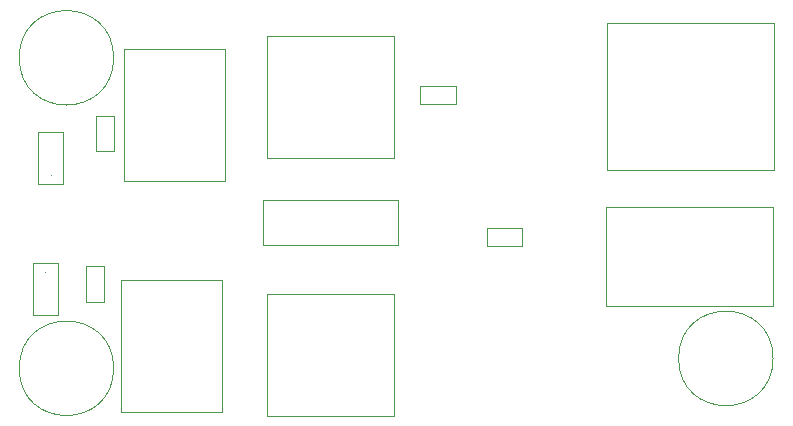
<source format=gbr>
%TF.GenerationSoftware,KiCad,Pcbnew,(6.0.2)*%
%TF.CreationDate,2022-03-05T20:41:57-07:00*%
%TF.ProjectId,H0001-Solenoid-Driver,48303030-312d-4536-9f6c-656e6f69642d,rev?*%
%TF.SameCoordinates,Original*%
%TF.FileFunction,Other,User*%
%FSLAX46Y46*%
G04 Gerber Fmt 4.6, Leading zero omitted, Abs format (unit mm)*
G04 Created by KiCad (PCBNEW (6.0.2)) date 2022-03-05 20:41:57*
%MOMM*%
%LPD*%
G01*
G04 APERTURE LIST*
%ADD10C,0.050000*%
G04 APERTURE END LIST*
D10*
%TO.C,RV2*%
X112331500Y-87862400D02*
X120840500Y-87862400D01*
X112331500Y-99081600D02*
X112331500Y-87862400D01*
X120840500Y-87862400D02*
X120840500Y-99081600D01*
X120840500Y-99081600D02*
X112331500Y-99081600D01*
%TO.C,R1*%
X137654000Y-71503000D02*
X140674000Y-71503000D01*
X140674000Y-71503000D02*
X140674000Y-73023000D01*
X137654000Y-73023000D02*
X137654000Y-71503000D01*
X140674000Y-73023000D02*
X137654000Y-73023000D01*
%TO.C,P1*%
X153414700Y-90130100D02*
X153414700Y-81710100D01*
X167539700Y-81710100D02*
X167539700Y-90130100D01*
X167539700Y-90130100D02*
X153414700Y-90130100D01*
X153414700Y-81710100D02*
X167539700Y-81710100D01*
%TO.C,C1*%
X107429200Y-79781201D02*
X105321200Y-79781201D01*
X105321200Y-75361999D02*
X107429200Y-75361999D01*
X107429200Y-75361999D02*
X107429200Y-79781201D01*
X105321200Y-79781201D02*
X105321200Y-75361999D01*
X106375200Y-78972401D02*
G75*
G03*
X106375200Y-78972401I0J0D01*
G01*
%TO.C,H3*%
X111696000Y-69088000D02*
G75*
G03*
X111696000Y-69088000I-4000000J0D01*
G01*
%TO.C,K2*%
X124698000Y-89094000D02*
X135398000Y-89094000D01*
X135398000Y-99374000D02*
X124698000Y-99374000D01*
X135398000Y-89094000D02*
X135398000Y-99374000D01*
X124698000Y-99374000D02*
X124698000Y-89094000D01*
%TO.C,K1*%
X135398000Y-67250000D02*
X135398000Y-77530000D01*
X135398000Y-77530000D02*
X124698000Y-77530000D01*
X124698000Y-77530000D02*
X124698000Y-67250000D01*
X124698000Y-67250000D02*
X135398000Y-67250000D01*
%TO.C,RV1*%
X121094500Y-79523600D02*
X112585500Y-79523600D01*
X112585500Y-68304400D02*
X121094500Y-68304400D01*
X112585500Y-79523600D02*
X112585500Y-68304400D01*
X121094500Y-68304400D02*
X121094500Y-79523600D01*
%TO.C,P2*%
X167590500Y-78546500D02*
X153465500Y-78546500D01*
X153465500Y-66166500D02*
X167590500Y-66166500D01*
X167590500Y-66166500D02*
X167590500Y-78546500D01*
X153465500Y-78546500D02*
X153465500Y-66166500D01*
%TO.C,F1*%
X135728000Y-81138000D02*
X124368000Y-81138000D01*
X135728000Y-84978000D02*
X124368000Y-84978000D01*
X124368000Y-81138000D02*
X124368000Y-84978000D01*
X135728000Y-81138000D02*
X135728000Y-84978000D01*
%TO.C,R3*%
X146290000Y-83517200D02*
X146290000Y-85037200D01*
X143270000Y-85037200D02*
X143270000Y-83517200D01*
X146290000Y-85037200D02*
X143270000Y-85037200D01*
X143270000Y-83517200D02*
X146290000Y-83517200D01*
%TO.C,R4*%
X110869000Y-89775000D02*
X109349000Y-89775000D01*
X109349000Y-86755000D02*
X110869000Y-86755000D01*
X109349000Y-89775000D02*
X109349000Y-86755000D01*
X110869000Y-86755000D02*
X110869000Y-89775000D01*
%TO.C,C2*%
X106972000Y-90855601D02*
X104864000Y-90855601D01*
X104864000Y-86436399D02*
X106972000Y-86436399D01*
X106972000Y-86436399D02*
X106972000Y-90855601D01*
X104864000Y-90855601D02*
X104864000Y-86436399D01*
X105918000Y-87245199D02*
G75*
G03*
X105918000Y-87245199I0J0D01*
G01*
%TO.C,H1*%
X167525200Y-94538800D02*
G75*
G03*
X167525200Y-94538800I-4000000J0D01*
G01*
%TO.C,R2*%
X110238000Y-73978800D02*
X111758000Y-73978800D01*
X111758000Y-76998800D02*
X110238000Y-76998800D01*
X110238000Y-76998800D02*
X110238000Y-73978800D01*
X111758000Y-73978800D02*
X111758000Y-76998800D01*
%TO.C,H2*%
X111696000Y-95377000D02*
G75*
G03*
X111696000Y-95377000I-4000000J0D01*
G01*
%TD*%
M02*

</source>
